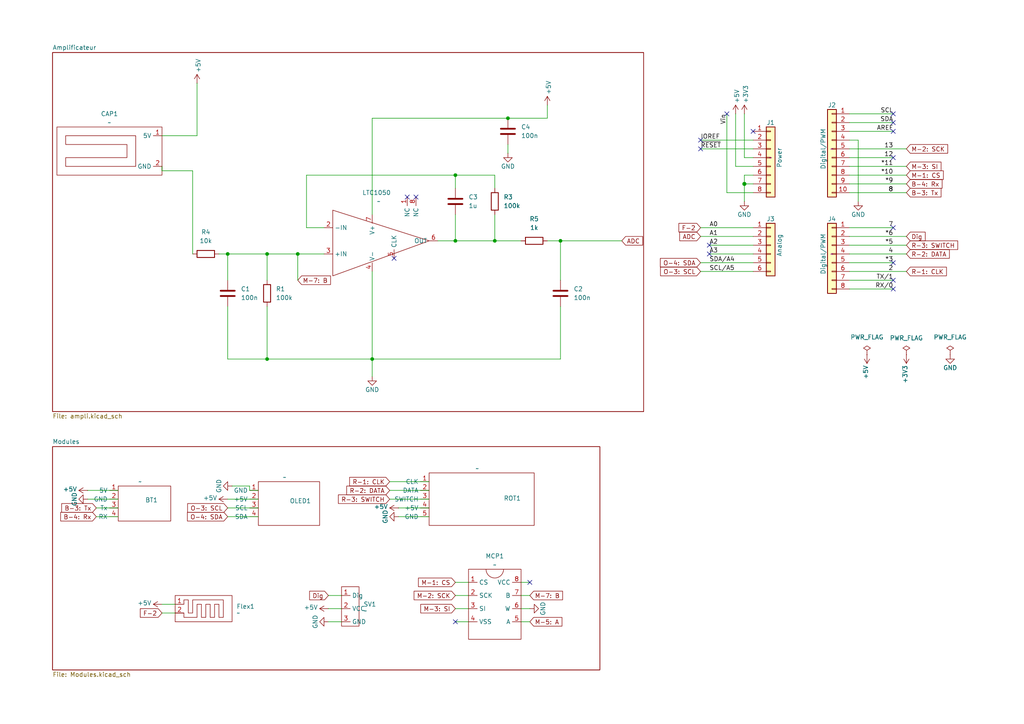
<source format=kicad_sch>
(kicad_sch (version 20231120) (generator "eeschema") (generator_version "8.0")
  (paper "A4")
  (title_block (title "Démo Shield Arduino") (date "mar. 31 mars 2015") (rev "1.0") (company "INSA DELCAMPO/VALENCIA") (comment 2 "${EMAIL}") (comment 3 "Ignacio DEL CAMPO") (comment 4 "Opérateur CAO:"))
  (lib_symbols
    (symbol "BT_HC-05_1"
      (property "Reference" "BT" (at 3.048 -7.366 0))
      (symbol "BT_HC-05_1_1_1"
        (rectangle (start -7.62 -2.54) (end 7.62 -12.7))
        (pin passive line (at -7.62 -3.81 180) (length 2.54) (name "5V") (number "1"))
        (pin passive line (at -7.62 -6.35 180) (length 2.54) (name "GND") (number "2"))
        (pin passive line (at -7.62 -8.89 180) (length 2.54) (name "Tx") (number "3"))
        (pin passive line (at -7.62 -11.43 180) (length 2.54) (name "RX") (number "4"))
      )
    )
    (symbol "Chulo:MCP41050"
      (property "Reference" "MCP" (at 0.254 -10.922 0))
      (symbol "MCP41050_0_1"
        (rectangle (start -7.62 7.62) (end 7.62 -12.7))
        (arc (start -2.54 7.62) (mid 0 5.08) (end 2.54 7.62))
      )
      (symbol "MCP41050_1_1"
        (pin passive line (at -7.62 3.81 0) (length 2.54) (name "CS") (number "1"))
        (pin passive line (at -7.62 0 0) (length 2.54) (name "SCK") (number "2"))
        (pin passive line (at -7.62 -3.81 0) (length 2.54) (name "SI") (number "3"))
        (pin passive line (at -7.62 -7.62 0) (length 2.54) (name "VSS") (number "4"))
        (pin passive line (at 7.62 -7.62 180) (length 2.54) (name "A") (number "5"))
        (pin passive line (at 7.62 -3.81 180) (length 2.54) (name "W") (number "6"))
        (pin passive line (at 7.62 0 180) (length 2.54) (name "B") (number "7"))
        (pin passive line (at 7.62 3.81 180) (length 2.54) (name "VCC") (number "8"))
      )
    )
    (symbol "Chulo:Servo"
      (property "Reference" "SV" (at 0 6.096 0))
      (symbol "Servo_0_1"
        (rectangle (start -2.54 5.08) (end 2.54 -6.35))
      )
      (symbol "Servo_1_1"
        (pin passive line (at -2.54 2.54 0) (length 2.54) (name "Dig") (number "1"))
        (pin passive line (at -2.54 -1.27 0) (length 2.54) (name "VCC") (number "2"))
        (pin passive line (at -2.54 -5.08 0) (length 2.54) (name "GND") (number "3"))
      )
    )
    (symbol "Connector_Generic:Conn_01x06" (pin_names (offset 1.016) hide)
      (property "Reference" "J" (at 0 7.62 0))
      (property "Value" "Conn_01x06" (at 0 -10.16 0))
      (symbol "Conn_01x06_1_1"
        (rectangle (start -1.27 -7.493) (end 0 -7.747) (stroke (width 0.1524)))
        (rectangle (start -1.27 -4.953) (end 0 -5.207) (stroke (width 0.1524)))
        (rectangle (start -1.27 -2.413) (end 0 -2.667) (stroke (width 0.1524)))
        (rectangle (start -1.27 0.127) (end 0 -0.127) (stroke (width 0.1524)))
        (rectangle (start -1.27 2.667) (end 0 2.413) (stroke (width 0.1524)))
        (rectangle (start -1.27 5.207) (end 0 4.953) (stroke (width 0.1524)))
        (rectangle (start -1.27 6.35) (end 1.27 -8.89) (stroke (width 0.254)) (fill (type background)))
        (pin passive line (at -5.08 5.08 0) (length 3.81) (name "Pin_1") (number "1"))
        (pin passive line (at -5.08 2.54 0) (length 3.81) (name "Pin_2") (number "2"))
        (pin passive line (at -5.08 0 0) (length 3.81) (name "Pin_3") (number "3"))
        (pin passive line (at -5.08 -2.54 0) (length 3.81) (name "Pin_4") (number "4"))
        (pin passive line (at -5.08 -5.08 0) (length 3.81) (name "Pin_5") (number "5"))
        (pin passive line (at -5.08 -7.62 0) (length 3.81) (name "Pin_6") (number "6"))
      )
    )
    (symbol "Connector_Generic:Conn_01x08" (pin_names (offset 1.016) hide)
      (property "Reference" "J" (at 0 10.16 0))
      (property "Value" "Conn_01x08" (at 0 -12.7 0))
      (symbol "Conn_01x08_1_1"
        (rectangle (start -1.27 -10.033) (end 0 -10.287) (stroke (width 0.1524)))
        (rectangle (start -1.27 -7.493) (end 0 -7.747) (stroke (width 0.1524)))
        (rectangle (start -1.27 -4.953) (end 0 -5.207) (stroke (width 0.1524)))
        (rectangle (start -1.27 -2.413) (end 0 -2.667) (stroke (width 0.1524)))
        (rectangle (start -1.27 0.127) (end 0 -0.127) (stroke (width 0.1524)))
        (rectangle (start -1.27 2.667) (end 0 2.413) (stroke (width 0.1524)))
        (rectangle (start -1.27 5.207) (end 0 4.953) (stroke (width 0.1524)))
        (rectangle (start -1.27 7.747) (end 0 7.493) (stroke (width 0.1524)))
        (rectangle (start -1.27 8.89) (end 1.27 -11.43) (stroke (width 0.254)) (fill (type background)))
        (pin passive line (at -5.08 7.62 0) (length 3.81) (name "Pin_1") (number "1"))
        (pin passive line (at -5.08 5.08 0) (length 3.81) (name "Pin_2") (number "2"))
        (pin passive line (at -5.08 2.54 0) (length 3.81) (name "Pin_3") (number "3"))
        (pin passive line (at -5.08 0 0) (length 3.81) (name "Pin_4") (number "4"))
        (pin passive line (at -5.08 -2.54 0) (length 3.81) (name "Pin_5") (number "5"))
        (pin passive line (at -5.08 -5.08 0) (length 3.81) (name "Pin_6") (number "6"))
        (pin passive line (at -5.08 -7.62 0) (length 3.81) (name "Pin_7") (number "7"))
        (pin passive line (at -5.08 -10.16 0) (length 3.81) (name "Pin_8") (number "8"))
      )
    )
    (symbol "Connector_Generic:Conn_01x10" (pin_names (offset 1.016) hide)
      (property "Reference" "J" (at 0 12.7 0))
      (property "Value" "Conn_01x10" (at 0 -15.24 0))
      (symbol "Conn_01x10_1_1"
        (rectangle (start -1.27 -12.573) (end 0 -12.827) (stroke (width 0.1524)))
        (rectangle (start -1.27 -10.033) (end 0 -10.287) (stroke (width 0.1524)))
        (rectangle (start -1.27 -7.493) (end 0 -7.747) (stroke (width 0.1524)))
        (rectangle (start -1.27 -4.953) (end 0 -5.207) (stroke (width 0.1524)))
        (rectangle (start -1.27 -2.413) (end 0 -2.667) (stroke (width 0.1524)))
        (rectangle (start -1.27 0.127) (end 0 -0.127) (stroke (width 0.1524)))
        (rectangle (start -1.27 2.667) (end 0 2.413) (stroke (width 0.1524)))
        (rectangle (start -1.27 5.207) (end 0 4.953) (stroke (width 0.1524)))
        (rectangle (start -1.27 7.747) (end 0 7.493) (stroke (width 0.1524)))
        (rectangle (start -1.27 10.287) (end 0 10.033) (stroke (width 0.1524)))
        (rectangle (start -1.27 11.43) (end 1.27 -13.97) (stroke (width 0.254)) (fill (type background)))
        (pin passive line (at -5.08 10.16 0) (length 3.81) (name "Pin_1") (number "1"))
        (pin passive line (at -5.08 -12.7 0) (length 3.81) (name "Pin_10") (number "10"))
        (pin passive line (at -5.08 7.62 0) (length 3.81) (name "Pin_2") (number "2"))
        (pin passive line (at -5.08 5.08 0) (length 3.81) (name "Pin_3") (number "3"))
        (pin passive line (at -5.08 2.54 0) (length 3.81) (name "Pin_4") (number "4"))
        (pin passive line (at -5.08 0 0) (length 3.81) (name "Pin_5") (number "5"))
        (pin passive line (at -5.08 -2.54 0) (length 3.81) (name "Pin_6") (number "6"))
        (pin passive line (at -5.08 -5.08 0) (length 3.81) (name "Pin_7") (number "7"))
        (pin passive line (at -5.08 -7.62 0) (length 3.81) (name "Pin_8") (number "8"))
        (pin passive line (at -5.08 -10.16 0) (length 3.81) (name "Pin_9") (number "9"))
      )
    )
    (symbol "Device:C" (pin_numbers hide) (pin_names (offset 0.254))
      (property "Reference" "C" (at 0.635 2.54 0))
      (property "Value" "C" (at 0.635 -2.54 0))
      (symbol "C_0_1"
        (polyline (pts (xy -2.032 -0.762) (xy 2.032 -0.762)) (stroke (width 0.508)))
        (polyline (pts (xy -2.032 0.762) (xy 2.032 0.762)) (stroke (width 0.508)))
      )
      (symbol "C_1_1"
        (pin passive line (at 0 3.81 270) (length 2.794) (name "~") (number "1"))
        (pin passive line (at 0 -3.81 90) (length 2.794) (name "~") (number "2"))
      )
    )
    (symbol "Device:R" (pin_numbers hide) (pin_names (offset 0))
      (property "Reference" "R" (at 2.032 0 90))
      (property "Value" "R" (at 0 0 90))
      (symbol "R_0_1"
        (rectangle (start -1.016 -2.54) (end 1.016 2.54) (stroke (width 0.254)))
      )
      (symbol "R_1_1"
        (pin passive line (at 0 3.81 270) (length 1.27) (name "~") (number "1"))
        (pin passive line (at 0 -3.81 90) (length 1.27) (name "~") (number "2"))
      )
    )
    (symbol "Ecran_OLED_1"
      (property "Reference" "OLED" (at 2.794 -9.144 0))
      (symbol "Ecran_OLED_1_0_1"
        (rectangle (start -8.89 -2.54) (end 8.89 -15.24))
      )
      (symbol "Ecran_OLED_1_1_1"
        (pin passive line (at -8.89 -5.08 180) (length 2.54) (name "GND") (number "1"))
        (pin passive line (at -8.89 -7.62 180) (length 2.54) (name "+5V") (number "2"))
        (pin passive line (at -8.89 -10.16 180) (length 2.54) (name "SCL") (number "3"))
        (pin passive line (at -8.89 -12.7 180) (length 2.54) (name "SDA") (number "4"))
      )
    )
    (symbol "LibCapteur:Capteur"
      (property "Reference" "CAP" (at 0 0 0))
      (symbol "Capteur_0_1"
        (rectangle (start -15.24 -3.81) (end 15.24 -17.78))
        (polyline (pts (xy -12.7 -6.35) (xy 7.62 -6.35) (xy 7.62 -15.24) (xy -12.7 -15.24) (xy -12.7 -12.7) (xy 5.08 -12.7) (xy 5.08 -8.89) (xy -12.7 -8.89) (xy -12.7 -6.35)))
      )
      (symbol "Capteur_1_1"
        (pin passive line (at 15.24 -6.35 180) (length 2.54) (name "5V") (number "1"))
        (pin passive line (at 15.24 -15.24 180) (length 2.54) (name "GND") (number "2"))
      )
    )
    (symbol "LibCapteur:EncodRot"
      (property "Reference" "ROT" (at 0 0 0))
      (symbol "EncodRot_0_1"
        (rectangle (start -15.24 -2.54) (end 15.24 -17.78))
      )
      (symbol "EncodRot_1_1"
        (pin passive line (at -15.24 -5.08 180) (length 2.54) (name "CLK") (number "1"))
        (pin passive line (at -15.24 -7.62 180) (length 2.54) (name "DATA") (number "2"))
        (pin passive line (at -15.24 -10.16 180) (length 2.54) (name "SWITCH") (number "3"))
        (pin passive line (at -15.24 -12.7 180) (length 2.54) (name "+5V") (number "4"))
        (pin passive line (at -15.24 -15.24 180) (length 2.54) (name "GND") (number "5"))
      )
    )
    (symbol "LibCapteur:FlexSensor"
      (property "Reference" "Flex" (at 0 5.08 0))
      (symbol "FlexSensor_0_1"
        (rectangle (start -7.62 3.81) (end 8.89 -3.81))
        (polyline (pts (xy -7.62 1.27) (xy -5.08 1.27) (xy -5.08 2.54) (xy -3.81 2.54) (xy -3.81 -1.27) (xy -2.54 -1.27) (xy -2.54 2.54) (xy -1.27 2.54) (xy 6.35 2.54) (xy 6.35 -2.54) (xy 5.08 -2.54) (xy 5.08 1.27) (xy 3.81 1.27) (xy 3.81 -2.54) (xy 2.54 -2.54) (xy 2.54 1.27) (xy 1.27 1.27) (xy 1.27 -2.54) (xy 0 -2.54) (xy 0 1.27) (xy -1.27 1.27) (xy -1.27 -2.54) (xy -5.08 -2.54) (xy -5.08 -1.27) (xy -7.62 -1.27)))
      )
      (symbol "FlexSensor_1_1"
        (pin passive line (at -7.62 1.27 0) (length 2.54) (name "") (number "1"))
        (pin passive line (at -7.62 -1.27 0) (length 2.54) (name "") (number "2"))
      )
    )
    (symbol "LibCapteur:LTC1050"
      (property "Reference" "LTC1050" (at 0 0 0))
      (property "Value" "~" (at 0.635 -2.54 0))
      (symbol "LTC1050_0_1"
        (polyline (pts (xy -12.7 -5.08) (xy 15.24 -13.97) (xy -12.7 -24.13) (xy -12.7 -5.08)))
      )
      (symbol "LTC1050_1_1"
        (pin passive line (at 8.89 -1.27 270) (length 2.54) (name "NC") (number "1"))
        (pin passive line (at -15.24 -10.16 0) (length 2.54) (name "-IN") (number "2"))
        (pin passive line (at -15.24 -17.78 0) (length 2.54) (name "+IN") (number "3"))
        (pin passive line (at -1.27 -22.86 90) (length 2.54) (name "V-") (number "4"))
        (pin passive line (at 5.08 -19.05 90) (length 2.54) (name "CLK") (number "5"))
        (pin passive line (at 17.78 -13.97 180) (length 2.54) (name "OUT") (number "6"))
        (pin passive line (at -1.27 -6.35 270) (length 2.54) (name "V+") (number "7"))
        (pin passive line (at 11.43 -1.27 270) (length 2.54) (name "NC") (number "8"))
      )
    )
    (symbol "power:+3V3" (power) (pin_numbers hide) (pin_names (offset 0) hide)
      (property "Value" "+3V3" (at 0 3.556 0))
      (symbol "+3V3_0_1"
        (polyline (pts (xy -0.762 1.27) (xy 0 2.54)))
        (polyline (pts (xy 0 0) (xy 0 2.54)))
        (polyline (pts (xy 0 2.54) (xy 0.762 1.27)))
      )
      (symbol "+3V3_1_1"
        (pin power_in line (at 0 0 90) (length 0) (name "~") (number "1"))
      )
    )
    (symbol "power:+5V" (power) (pin_numbers hide) (pin_names (offset 0) hide)
      (property "Value" "+5V" (at 0 3.556 0))
      (symbol "+5V_0_1"
        (polyline (pts (xy -0.762 1.27) (xy 0 2.54)))
        (polyline (pts (xy 0 0) (xy 0 2.54)))
        (polyline (pts (xy 0 2.54) (xy 0.762 1.27)))
      )
      (symbol "+5V_1_1"
        (pin power_in line (at 0 0 90) (length 0) (name "~") (number "1"))
      )
    )
    (symbol "power:GND" (power) (pin_numbers hide) (pin_names (offset 0) hide)
      (property "Value" "GND" (at 0 -3.81 0))
      (symbol "GND_0_1"
        (polyline (pts (xy 0 0) (xy 0 -1.27) (xy 1.27 -1.27) (xy 0 -2.54) (xy -1.27 -1.27) (xy 0 -1.27)))
      )
      (symbol "GND_1_1"
        (pin power_in line (at 0 0 270) (length 0) (name "~") (number "1"))
      )
    )
    (symbol "power:PWR_FLAG" (power) (pin_numbers hide) (pin_names (offset 0) hide)
      (property "Value" "PWR_FLAG" (at 0 3.81 0))
      (symbol "PWR_FLAG_0_0"
        (pin power_out line (at 0 0 90) (length 0) (name "~") (number "1"))
      )
      (symbol "PWR_FLAG_0_1"
        (polyline (pts (xy 0 0) (xy 0 1.27) (xy -1.016 1.905) (xy 0 2.54) (xy 1.016 1.905) (xy 0 1.27)))
      )
    )
  )
  (junction (at 147.32 34.29))
  (junction (at 132.08 69.85))
  (junction (at 132.08 50.8))
  (junction (at 107.95 104.14))
  (junction (at 162.56 69.85))
  (junction (at 143.51 69.85))
  (junction (at 215.9 53.34) (diameter 1.016))
  (junction (at 66.04 73.66))
  (junction (at 77.47 104.14))
  (junction (at 77.47 73.66))
  (junction (at 86.36 73.66))
  (no_connect (at 118.11 57.15))
  (no_connect (at 259.08 83.82))
  (no_connect (at 114.3 74.93))
  (no_connect (at 205.74 71.12))
  (no_connect (at 259.08 35.56))
  (no_connect (at 259.08 38.1))
  (no_connect (at 153.67 168.91))
  (no_connect (at 203.2 43.18))
  (no_connect (at 259.08 76.2))
  (no_connect (at 259.08 81.28))
  (no_connect (at 259.08 33.02))
  (no_connect (at 132.08 180.34))
  (no_connect (at 205.74 73.66))
  (no_connect (at 120.65 57.15))
  (no_connect (at 259.08 45.72))
  (no_connect (at 210.82 33.02))
  (no_connect (at 218.44 38.1))
  (no_connect (at 259.08 66.04))
  (no_connect (at 203.2 40.64))
  (wire (pts (xy 246.38 83.82) (xy 259.08 83.82)))
  (wire (pts (xy 46.99 175.26) (xy 50.8 175.26)))
  (wire (pts (xy 113.03 142.24) (xy 124.46 142.24)))
  (wire (pts (xy 127 69.85) (xy 132.08 69.85)))
  (wire (pts (xy 143.51 54.61) (xy 143.51 50.8)))
  (wire (pts (xy 46.99 48.26) (xy 46.99 49.53)))
  (wire (pts (xy 246.38 33.02) (xy 259.08 33.02)))
  (wire (pts (xy 46.99 39.37) (xy 57.15 39.37)))
  (wire (pts (xy 215.9 50.8) (xy 215.9 53.34)))
  (wire (pts (xy 203.2 66.04) (xy 218.44 66.04)))
  (wire (pts (xy 95.25 176.53) (xy 99.06 176.53)))
  (wire (pts (xy 132.08 172.72) (xy 135.89 172.72)))
  (wire (pts (xy 72.39 140.97) (xy 72.39 142.24)))
  (wire (pts (xy 215.9 53.34) (xy 215.9 58.42)))
  (wire (pts (xy 77.47 73.66) (xy 86.36 73.66)))
  (wire (pts (xy 215.9 45.72) (xy 218.44 45.72)))
  (wire (pts (xy 107.95 78.74) (xy 107.95 104.14)))
  (wire (pts (xy 213.36 48.26) (xy 218.44 48.26)))
  (wire (pts (xy 88.9 50.8) (xy 88.9 66.04)))
  (wire (pts (xy 213.36 33.02) (xy 213.36 48.26)))
  (wire (pts (xy 246.38 35.56) (xy 259.08 35.56)))
  (wire (pts (xy 246.38 55.88) (xy 262.89 55.88)))
  (wire (pts (xy 151.13 168.91) (xy 153.67 168.91)))
  (wire (pts (xy 132.08 69.85) (xy 143.51 69.85)))
  (wire (pts (xy 215.9 33.02) (xy 215.9 45.72)))
  (wire (pts (xy 246.38 66.04) (xy 259.08 66.04)))
  (wire (pts (xy 115.57 147.32) (xy 124.46 147.32)))
  (wire (pts (xy 246.38 68.58) (xy 262.89 68.58)))
  (wire (pts (xy 132.08 54.61) (xy 132.08 50.8)))
  (wire (pts (xy 63.5 73.66) (xy 66.04 73.66)))
  (wire (pts (xy 77.47 73.66) (xy 77.47 81.28)))
  (wire (pts (xy 246.38 45.72) (xy 259.08 45.72)))
  (wire (pts (xy 132.08 50.8) (xy 143.51 50.8)))
  (wire (pts (xy 27.94 149.86) (xy 34.29 149.86)))
  (wire (pts (xy 107.95 34.29) (xy 147.32 34.29)))
  (wire (pts (xy 246.38 53.34) (xy 262.89 53.34)))
  (wire (pts (xy 246.38 73.66) (xy 262.89 73.66)))
  (wire (pts (xy 46.99 49.53) (xy 55.88 49.53)))
  (wire (pts (xy 151.13 180.34) (xy 153.67 180.34)))
  (wire (pts (xy 162.56 69.85) (xy 180.34 69.85)))
  (wire (pts (xy 203.2 40.64) (xy 218.44 40.64)))
  (wire (pts (xy 158.75 30.48) (xy 158.75 34.29)))
  (wire (pts (xy 95.25 172.72) (xy 99.06 172.72)))
  (wire (pts (xy 66.04 104.14) (xy 66.04 88.9)))
  (wire (pts (xy 66.04 73.66) (xy 77.47 73.66)))
  (wire (pts (xy 57.15 24.13) (xy 57.15 39.37)))
  (wire (pts (xy 203.2 78.74) (xy 218.44 78.74)))
  (wire (pts (xy 248.92 40.64) (xy 248.92 58.42)))
  (wire (pts (xy 115.57 149.86) (xy 124.46 149.86)))
  (wire (pts (xy 246.38 38.1) (xy 259.08 38.1)))
  (wire (pts (xy 66.04 147.32) (xy 74.93 147.32)))
  (wire (pts (xy 107.95 104.14) (xy 162.56 104.14)))
  (wire (pts (xy 218.44 71.12) (xy 205.74 71.12)))
  (wire (pts (xy 203.2 43.18) (xy 218.44 43.18)))
  (wire (pts (xy 67.31 140.97) (xy 72.39 140.97)))
  (wire (pts (xy 218.44 53.34) (xy 215.9 53.34)))
  (wire (pts (xy 132.08 176.53) (xy 135.89 176.53)))
  (wire (pts (xy 107.95 104.14) (xy 107.95 109.22)))
  (wire (pts (xy 95.25 180.34) (xy 99.06 180.34)))
  (wire (pts (xy 55.88 49.53) (xy 55.88 73.66)))
  (wire (pts (xy 27.94 147.32) (xy 34.29 147.32)))
  (wire (pts (xy 218.44 55.88) (xy 210.82 55.88)))
  (wire (pts (xy 203.2 68.58) (xy 218.44 68.58)))
  (wire (pts (xy 86.36 73.66) (xy 93.98 73.66)))
  (wire (pts (xy 77.47 104.14) (xy 66.04 104.14)))
  (wire (pts (xy 66.04 149.86) (xy 74.93 149.86)))
  (wire (pts (xy 113.03 139.7) (xy 124.46 139.7)))
  (wire (pts (xy 66.04 73.66) (xy 66.04 81.28)))
  (wire (pts (xy 246.38 40.64) (xy 248.92 40.64)))
  (wire (pts (xy 162.56 69.85) (xy 162.56 81.28)))
  (wire (pts (xy 25.4 144.78) (xy 34.29 144.78)))
  (wire (pts (xy 88.9 66.04) (xy 93.98 66.04)))
  (wire (pts (xy 218.44 50.8) (xy 215.9 50.8)))
  (wire (pts (xy 162.56 88.9) (xy 162.56 104.14)))
  (wire (pts (xy 72.39 142.24) (xy 74.93 142.24)))
  (wire (pts (xy 86.36 73.66) (xy 86.36 81.28)))
  (wire (pts (xy 147.32 41.91) (xy 147.32 44.45)))
  (wire (pts (xy 246.38 48.26) (xy 262.89 48.26)))
  (wire (pts (xy 77.47 88.9) (xy 77.47 104.14)))
  (wire (pts (xy 132.08 62.23) (xy 132.08 69.85)))
  (wire (pts (xy 132.08 50.8) (xy 88.9 50.8)))
  (wire (pts (xy 132.08 180.34) (xy 135.89 180.34)))
  (wire (pts (xy 246.38 71.12) (xy 262.89 71.12)))
  (wire (pts (xy 205.74 73.66) (xy 218.44 73.66)))
  (wire (pts (xy 107.95 62.23) (xy 107.95 34.29)))
  (wire (pts (xy 132.08 168.91) (xy 135.89 168.91)))
  (wire (pts (xy 66.04 144.78) (xy 74.93 144.78)))
  (wire (pts (xy 151.13 172.72) (xy 153.67 172.72)))
  (wire (pts (xy 143.51 62.23) (xy 143.51 69.85)))
  (wire (pts (xy 147.32 34.29) (xy 158.75 34.29)))
  (wire (pts (xy 246.38 78.74) (xy 262.89 78.74)))
  (wire (pts (xy 46.99 177.8) (xy 50.8 177.8)))
  (wire (pts (xy 246.38 50.8) (xy 262.89 50.8)))
  (wire (pts (xy 246.38 76.2) (xy 259.08 76.2)))
  (wire (pts (xy 77.47 104.14) (xy 107.95 104.14)))
  (wire (pts (xy 25.4 142.24) (xy 34.29 142.24)))
  (wire (pts (xy 143.51 69.85) (xy 151.13 69.85)))
  (wire (pts (xy 246.38 43.18) (xy 262.89 43.18)))
  (wire (pts (xy 151.13 176.53) (xy 153.67 176.53)))
  (wire (pts (xy 246.38 81.28) (xy 259.08 81.28)))
  (wire (pts (xy 210.82 55.88) (xy 210.82 33.02)))
  (wire (pts (xy 158.75 69.85) (xy 162.56 69.85)))
  (wire (pts (xy 113.03 144.78) (xy 124.46 144.78)))
  (wire (pts (xy 203.2 76.2) (xy 218.44 76.2)))
  (text "* Indicates a PWM-capable pin" (at 182.88 289.56 0) (effects (font (size 1.27 1.27)) (justify left bottom)))
  (label "RX{slash}0" (at 259.08 83.82 180))
  (label "A2" (at 205.74 71.12 0))
  (label "*11" (at 259.08 48.26 180))
  (label "4" (at 259.08 73.66 180))
  (label "2" (at 259.08 78.74 180))
  (label "13" (at 259.08 43.18 180))
  (label "A3" (at 205.74 73.66 0))
  (label "*9" (at 259.08 53.34 180))
  (label "~{RESET}" (at 203.2 43.18 0))
  (label "*10" (at 259.08 50.8 180))
  (label "7" (at 259.08 66.04 180))
  (label "SDA" (at 259.08 35.56 180))
  (label "8" (at 259.08 55.88 180))
  (label "*3" (at 259.08 76.2 180))
  (label "12" (at 259.08 45.72 180))
  (label "A1" (at 205.74 68.58 0))
  (label "TX{slash}1" (at 259.08 81.28 180))
  (label "A0" (at 205.74 66.04 0))
  (label "AREF" (at 259.08 38.1 180))
  (label "Vin" (at 210.82 33.02 270))
  (label "*6" (at 259.08 68.58 180))
  (label "SCL" (at 259.08 33.02 180))
  (label "*5" (at 259.08 71.12 180))
  (label "IOREF" (at 203.2 40.64 0))
  (label "SDA{slash}A4" (at 205.74 76.2 0))
  (label "SCL{slash}A5" (at 205.74 78.74 0))
  (label "8" (at 259.08 55.88 180))
  (global_label "M-3: SI" (shape input) (at 132.08 176.53 180) (property "Intersheetrefs" "${INTERSHEET_REFS}" (effects (hide yes))))
  (global_label "M-1: CS" (shape input) (at 262.89 50.8 0) (property "Intersheetrefs" "${INTERSHEET_REFS}" (effects (hide yes))))
  (global_label "B-4: Rx" (shape input) (at 27.94 149.86 180) (property "Intersheetrefs" "${INTERSHEET_REFS}" (effects (hide yes))))
  (global_label "F-2" (shape input) (at 203.2 66.04 180) (property "Intersheetrefs" "${INTERSHEET_REFS}" (effects (hide yes))))
  (global_label "M-5: A" (shape input) (at 153.67 180.34 0) (property "Intersheetrefs" "${INTERSHEET_REFS}" (effects (hide yes))))
  (global_label "M-1: CS" (shape input) (at 132.08 168.91 180) (property "Intersheetrefs" "${INTERSHEET_REFS}" (effects (hide yes))))
  (global_label "O-4: SDA" (shape input) (at 66.04 149.86 180) (property "Intersheetrefs" "${INTERSHEET_REFS}" (effects (hide yes))))
  (global_label "R-3: SWITCH" (shape input) (at 262.89 71.12 0) (property "Intersheetrefs" "${INTERSHEET_REFS}" (effects (hide yes))))
  (global_label "M-3: SI" (shape input) (at 262.89 48.26 0) (property "Intersheetrefs" "${INTERSHEET_REFS}" (effects (hide yes))))
  (global_label "B-4: Rx" (shape input) (at 262.89 53.34 0) (property "Intersheetrefs" "${INTERSHEET_REFS}" (effects (hide yes))))
  (global_label "O-3: SCL" (shape input) (at 66.04 147.32 180) (property "Intersheetrefs" "${INTERSHEET_REFS}" (effects (hide yes))))
  (global_label "Dig" (shape input) (at 95.25 172.72 180) (property "Intersheetrefs" "${INTERSHEET_REFS}" (effects (hide yes))))
  (global_label "O-4: SDA" (shape input) (at 203.2 76.2 180) (property "Intersheetrefs" "${INTERSHEET_REFS}" (effects (hide yes))))
  (global_label "R-1: CLK" (shape input) (at 262.89 78.74 0) (property "Intersheetrefs" "${INTERSHEET_REFS}" (effects (hide yes))))
  (global_label "O-3: SCL" (shape input) (at 203.2 78.74 180) (property "Intersheetrefs" "${INTERSHEET_REFS}" (effects (hide yes))))
  (global_label "ADC" (shape input) (at 180.34 69.85 0) (property "Intersheetrefs" "${INTERSHEET_REFS}" (effects (hide yes))))
  (global_label "ADC" (shape input) (at 203.2 68.58 180) (property "Intersheetrefs" "${INTERSHEET_REFS}" (effects (hide yes))))
  (global_label "B-3: Tx" (shape input) (at 262.89 55.88 0) (property "Intersheetrefs" "${INTERSHEET_REFS}" (effects (hide yes))))
  (global_label "R-3: SWITCH" (shape input) (at 113.03 144.78 180) (property "Intersheetrefs" "${INTERSHEET_REFS}" (effects (hide yes))))
  (global_label "M-7: B" (shape input) (at 153.67 172.72 0) (property "Intersheetrefs" "${INTERSHEET_REFS}" (effects (hide yes))))
  (global_label "B-3: Tx" (shape input) (at 27.94 147.32 180) (property "Intersheetrefs" "${INTERSHEET_REFS}" (effects (hide yes))))
  (global_label "R-2: DATA" (shape input) (at 262.89 73.66 0) (property "Intersheetrefs" "${INTERSHEET_REFS}" (effects (hide yes))))
  (global_label "R-1: CLK" (shape input) (at 113.03 139.7 180) (property "Intersheetrefs" "${INTERSHEET_REFS}" (effects (hide yes))))
  (global_label "R-2: DATA" (shape input) (at 113.03 142.24 180) (property "Intersheetrefs" "${INTERSHEET_REFS}" (effects (hide yes))))
  (global_label "M-7: B" (shape input) (at 86.36 81.28 0) (property "Intersheetrefs" "${INTERSHEET_REFS}" (effects (hide yes))))
  (global_label "M-2: SCK" (shape input) (at 262.89 43.18 0) (property "Intersheetrefs" "${INTERSHEET_REFS}" (effects (hide yes))))
  (global_label "Dig" (shape input) (at 262.89 68.58 0) (property "Intersheetrefs" "${INTERSHEET_REFS}" (effects (hide yes))))
  (global_label "M-2: SCK" (shape input) (at 132.08 172.72 180) (property "Intersheetrefs" "${INTERSHEET_REFS}" (effects (hide yes))))
  (global_label "F-2" (shape input) (at 46.99 177.8 180) (property "Intersheetrefs" "${INTERSHEET_REFS}" (effects (hide yes))))
  (symbol (lib_id "Connector_Generic:Conn_01x08") (at 223.52 45.72 0) (unit 1)
    (property "Reference" "J1" (at 223.52 35.56 0))
    (property "Value" "Power" (at 226.06 45.72 90))
    (property "Footprint" "Connector_PinSocket_2.54mm:PinSocket_1x08_P2.54mm_Vertical" (effects (hide yes)))
    (property "Datasheet" "~" (at 223.52 45.72 0))
    (property "Description" "Generic connector, single row, 01x08, script generated (kicad-library-utils/schlib/autogen/connector/)" (effects (hide yes)))
  )
  (symbol (lib_id "power:+3V3") (at 215.9 33.02 0) (unit 1)
    (property "Reference" "#PWR03" (effects (hide yes)))
    (property "Value" "+3V3" (at 216.281 29.972 90) (effects (justify left)))
    (property "Description" "Power symbol creates a global label with name \"+3V3\"" (effects (hide yes)))
  )
  (symbol (lib_id "power:+5V") (at 213.36 33.02 0) (unit 1)
    (property "Reference" "#PWR02" (effects (hide yes)))
    (property "Value" "+5V" (at 213.7156 29.972 90) (effects (justify left)))
    (property "Description" "Power symbol creates a global label with name \"+5V\"" (effects (hide yes)))
  )
  (symbol (lib_id "power:GND") (at 275.59 102.87 0) (unit 1)
    (property "Reference" "#PWR04" (effects (hide yes)))
    (property "Value" "GND" (at 275.59 106.68 0))
    (property "Description" "Power symbol creates a global label with name \"GND\" , ground" (effects (hide yes)))
  )
  (symbol (lib_id "Connector_Generic:Conn_01x10") (at 241.3 43.18 0) (mirror y) (unit 1)
    (property "Reference" "J2" (at 241.3 30.48 0))
    (property "Value" "Digital/PWM" (at 238.76 43.18 90))
    (property "Footprint" "Connector_PinSocket_2.54mm:PinSocket_1x10_P2.54mm_Vertical" (effects (hide yes)))
    (property "Datasheet" "~" (at 241.3 43.18 0))
    (property "Description" "Generic connector, single row, 01x10, script generated (kicad-library-utils/schlib/autogen/connector/)" (effects (hide yes)))
  )
  (symbol (lib_id "power:GND") (at 248.92 58.42 0) (unit 1)
    (property "Reference" "#PWR05" (effects (hide yes)))
    (property "Value" "GND" (at 248.92 62.23 0))
    (property "Description" "Power symbol creates a global label with name \"GND\" , ground" (effects (hide yes)))
  )
  (symbol (lib_id "Connector_Generic:Conn_01x06") (at 223.52 71.12 0) (unit 1)
    (property "Reference" "J3" (at 223.52 63.5 0))
    (property "Value" "Analog" (at 226.06 71.12 90))
    (property "Footprint" "Connector_PinSocket_2.54mm:PinSocket_1x06_P2.54mm_Vertical" (effects (hide yes)))
    (property "Description" "Generic connector, single row, 01x06, script generated (kicad-library-utils/schlib/autogen/connector/)" (effects (hide yes)))
  )
  (symbol (lib_id "Connector_Generic:Conn_01x08") (at 241.3 73.66 0) (mirror y) (unit 1)
    (property "Reference" "J4" (at 241.3 63.5 0))
    (property "Value" "Digital/PWM" (at 238.76 73.66 90))
    (property "Footprint" "Connector_PinSocket_2.54mm:PinSocket_1x08_P2.54mm_Vertical" (effects (hide yes)))
    (property "Datasheet" "~" (at 241.3 73.66 0))
    (property "Description" "Generic connector, single row, 01x08, script generated (kicad-library-utils/schlib/autogen/connector/)" (effects (hide yes)))
  )
  (symbol (lib_id "power:+5V") (at 115.57 147.32 90) (unit 1)
    (property "Reference" "#PWR016" (effects (hide yes)))
    (property "Value" "+5V" (at 112.522 146.9644 90) (effects (justify left)))
    (property "Description" "Power symbol creates a global label with name \"+5V\"" (effects (hide yes)))
  )
  (symbol (lib_id "Device:C") (at 66.04 85.09 0) (unit 1)
    (property "Reference" "C1" (at 69.85 83.8199 0) (effects (justify left)))
    (property "Value" "100n" (at 69.85 86.3599 0) (effects (justify left)))
    (property "Footprint" "Capacitor_THT:C_Axial_L3.8mm_D2.6mm_P7.50mm_Horizontal" (effects (hide yes)))
    (property "Description" "Unpolarized capacitor" (effects (hide yes)))
  )
  (symbol (lib_id "Device:C") (at 162.56 85.09 0) (unit 1)
    (property "Reference" "C2" (at 166.37 83.8199 0) (effects (justify left)))
    (property "Value" "100n " (at 166.37 86.3599 0) (effects (justify left)))
    (property "Footprint" "Capacitor_THT:C_Axial_L3.8mm_D2.6mm_P7.50mm_Horizontal" (effects (hide yes)))
    (property "Description" "Unpolarized capacitor" (effects (hide yes)))
  )
  (symbol (lib_id "Chulo:MCP41050") (at 143.51 172.72 0) (unit 1)
    (property "Reference" "MCP1" (at 143.51 161.29 0))
    (property "Value" "~" (at 143.51 163.83 0))
    (property "Footprint" "LIbCapteurPCB:DigiPot" (effects (hide yes)))
  )
  (symbol (lib_id "power:PWR_FLAG") (at 275.59 102.87 0) (unit 1)
    (property "Reference" "#FLG01" (effects (hide yes)))
    (property "Value" "PWR_FLAG" (at 275.59 97.79 0))
    (property "Description" "Special symbol for telling ERC where power comes from" (effects (hide yes)))
  )
  (symbol (lib_id "power:+5V") (at 251.46 102.87 180) (unit 1)
    (property "Reference" "#PWR08" (effects (hide yes)))
    (property "Value" "+5V" (at 251.1044 105.918 90) (effects (justify left)))
    (property "Description" "Power symbol creates a global label with name \"+5V\"" (effects (hide yes)))
  )
  (symbol (lib_id "power:GND") (at 115.57 149.86 270) (unit 1)
    (property "Reference" "#PWR017" (effects (hide yes)))
    (property "Value" "GND" (at 111.76 149.86 0))
    (property "Description" "Power symbol creates a global label with name \"GND\" , ground" (effects (hide yes)))
  )
  (symbol (lib_id "power:+5V") (at 95.25 176.53 90) (unit 1)
    (property "Reference" "#PWR021" (effects (hide yes)))
    (property "Value" "+5V" (at 92.202 176.1744 90) (effects (justify left)))
    (property "Description" "Power symbol creates a global label with name \"+5V\"" (effects (hide yes)))
  )
  (symbol (lib_id "power:+5V") (at 66.04 144.78 90) (unit 1)
    (property "Reference" "#PWR014" (effects (hide yes)))
    (property "Value" "+5V" (at 62.992 144.4244 90) (effects (justify left)))
    (property "Description" "Power symbol creates a global label with name \"+5V\"" (effects (hide yes)))
  )
  (symbol (lib_id "Device:R") (at 143.51 58.42 0) (unit 1)
    (property "Reference" "R3" (at 146.05 57.1499 0) (effects (justify left)))
    (property "Value" "100k" (at 146.05 59.6899 0) (effects (justify left)))
    (property "Footprint" "Resistor_THT:R_Axial_DIN0204_L3.6mm_D1.6mm_P1.90mm_Vertical" (effects (hide yes)))
    (property "Description" "Resistor" (effects (hide yes)))
  )
  (symbol (lib_id "power:+5V") (at 46.99 175.26 90) (unit 1)
    (property "Reference" "#PWR018" (effects (hide yes)))
    (property "Value" "+5V" (at 43.942 174.9044 90) (effects (justify left)))
    (property "Description" "Power symbol creates a global label with name \"+5V\"" (effects (hide yes)))
  )
  (symbol (lib_id "Device:R") (at 77.47 85.09 0) (unit 1)
    (property "Reference" "R1" (at 80.01 83.8199 0) (effects (justify left)))
    (property "Value" "100k" (at 80.01 86.3599 0) (effects (justify left)))
    (property "Footprint" "Resistor_THT:R_Axial_DIN0204_L3.6mm_D1.6mm_P1.90mm_Vertical" (effects (hide yes)))
    (property "Description" "Resistor" (effects (hide yes)))
  )
  (symbol (lib_name "BT_HC-05_1") (lib_id "LibCapteur:BT_HC-05") (at 41.91 138.43 0) (unit 1)
    (property "Reference" "BT1" (at 43.942 145.034 0))
    (property "Value" "~" (at 40.64 139.7 0))
    (property "Footprint" "LIbCapteurPCB:BT-HC05" (effects (hide yes)))
  )
  (symbol (lib_id "Device:R") (at 154.94 69.85 90) (unit 1)
    (property "Reference" "R5" (at 154.94 63.5 90))
    (property "Value" "1k" (at 154.94 66.04 90))
    (property "Footprint" "Resistor_THT:R_Axial_DIN0204_L3.6mm_D1.6mm_P1.90mm_Vertical" (effects (hide yes)))
    (property "Description" "Resistor" (effects (hide yes)))
  )
  (symbol (lib_id "power:GND") (at 95.25 180.34 270) (unit 1)
    (property "Reference" "#PWR020" (effects (hide yes)))
    (property "Value" "GND" (at 91.44 180.34 0))
    (property "Description" "Power symbol creates a global label with name \"GND\" , ground" (effects (hide yes)))
  )
  (symbol (lib_id "power:GND") (at 67.31 140.97 270) (unit 1)
    (property "Reference" "#PWR015" (effects (hide yes)))
    (property "Value" "GND" (at 63.5 140.97 0))
    (property "Description" "Power symbol creates a global label with name \"GND\" , ground" (effects (hide yes)))
  )
  (symbol (lib_id "power:PWR_FLAG") (at 251.46 102.87 0) (unit 1)
    (property "Reference" "#FLG03" (effects (hide yes)))
    (property "Value" "PWR_FLAG" (at 251.46 97.79 0))
    (property "Description" "Special symbol for telling ERC where power comes from" (effects (hide yes)))
  )
  (symbol (lib_id "LibCapteur:LTC1050") (at 109.22 55.88 0) (unit 1)
    (property "Reference" "LTC1050" (at 109.22 55.88 0))
    (property "Value" "~" (at 109.855 58.42 0))
    (property "Footprint" "LIbCapteurPCB:LTC1050" (effects (hide yes)))
  )
  (symbol (lib_id "power:GND") (at 215.9 58.42 0) (unit 1)
    (property "Reference" "#PWR06" (effects (hide yes)))
    (property "Value" "GND" (at 215.9 62.23 0))
    (property "Description" "Power symbol creates a global label with name \"GND\" , ground" (effects (hide yes)))
  )
  (symbol (lib_id "power:GND") (at 153.67 176.53 90) (unit 1)
    (property "Reference" "#PWR019" (effects (hide yes)))
    (property "Value" "GND" (at 157.48 176.53 0))
    (property "Description" "Power symbol creates a global label with name \"GND\" , ground" (effects (hide yes)))
  )
  (symbol (lib_id "power:+3V3") (at 262.89 102.87 180) (unit 1)
    (property "Reference" "#PWR07" (effects (hide yes)))
    (property "Value" "+3V3" (at 262.509 105.918 90) (effects (justify left)))
    (property "Description" "Power symbol creates a global label with name \"+3V3\"" (effects (hide yes)))
  )
  (symbol (lib_id "power:PWR_FLAG") (at 262.89 102.87 0) (unit 1)
    (property "Reference" "#FLG04" (effects (hide yes)))
    (property "Value" "PWR_FLAG" (at 262.89 98.044 0))
    (property "Description" "Special symbol for telling ERC where power comes from" (effects (hide yes)))
  )
  (symbol (lib_id "LibCapteur:Capteur") (at 31.75 33.02 0) (unit 1)
    (property "Reference" "CAP1" (at 31.75 33.02 0))
    (property "Value" "~" (at 31.75 35.56 0))
    (property "Footprint" "LIbCapteurPCB:Capteur Gaz" (effects (hide yes)))
  )
  (symbol (lib_id "power:+5V") (at 25.4 142.24 90) (unit 1)
    (property "Reference" "#PWR01" (effects (hide yes)))
    (property "Value" "+5V" (at 22.352 141.8844 90) (effects (justify left)))
    (property "Description" "Power symbol creates a global label with name \"+5V\"" (effects (hide yes)))
  )
  (symbol (lib_id "power:GND") (at 147.32 44.45 0) (unit 1)
    (property "Reference" "#PWR013" (effects (hide yes)))
    (property "Value" "GND" (at 147.32 48.26 0))
    (property "Description" "Power symbol creates a global label with name \"GND\" , ground" (effects (hide yes)))
  )
  (symbol (lib_id "Device:C") (at 147.32 38.1 0) (unit 1)
    (property "Reference" "C4" (at 151.13 36.8299 0) (effects (justify left)))
    (property "Value" "100n" (at 151.13 39.3699 0) (effects (justify left)))
    (property "Footprint" "Capacitor_THT:C_Rect_L4.6mm_W5.5mm_P2.50mm_MKS02_FKP02" (effects (hide yes)))
    (property "Description" "Unpolarized capacitor" (effects (hide yes)))
  )
  (symbol (lib_id "LibCapteur:FlexSensor") (at 58.42 176.53 0) (unit 1)
    (property "Reference" "Flex1" (at 68.58 175.8949 0) (effects (justify left)))
    (property "Value" "~" (at 68.58 177.8 0) (effects (justify left)))
    (property "Footprint" "ChuloPCB:Flexeo" (effects (hide yes)))
  )
  (symbol (lib_id "power:GND") (at 25.4 144.78 270) (unit 1)
    (property "Reference" "#PWR09" (effects (hide yes)))
    (property "Value" "GND" (at 21.59 144.78 0))
    (property "Description" "Power symbol creates a global label with name \"GND\" , ground" (effects (hide yes)))
  )
  (symbol (lib_name "Ecran_OLED_1") (lib_id "LibCapteur:Ecran_OLED") (at 83.82 137.16 0) (unit 1)
    (property "Reference" "OLED1" (at 87.122 145.288 0))
    (property "Value" "~" (at 82.55 138.43 0))
    (property "Footprint" "LIbCapteurPCB:OLED" (effects (hide yes)))
  )
  (symbol (lib_id "Chulo:Servo") (at 101.6 175.26 0) (unit 1)
    (property "Reference" "SV1" (at 105.41 175.2599 0) (effects (justify left)))
    (property "Value" "~" (at 105.41 177.165 0) (effects (justify left)))
    (property "Footprint" "ChuloPCB:SIP-3" (effects (hide yes)))
  )
  (symbol (lib_id "power:+5V") (at 57.15 24.13 0) (unit 1)
    (property "Reference" "#PWR010" (effects (hide yes)))
    (property "Value" "+5V" (at 57.5056 21.082 90) (effects (justify left)))
    (property "Description" "Power symbol creates a global label with name \"+5V\"" (effects (hide yes)))
  )
  (symbol (lib_id "Device:R") (at 59.69 73.66 90) (unit 1)
    (property "Reference" "R4" (at 59.69 67.31 90))
    (property "Value" "10k" (at 59.69 69.85 90))
    (property "Footprint" "Resistor_THT:R_Axial_DIN0204_L3.6mm_D1.6mm_P1.90mm_Vertical" (effects (hide yes)))
    (property "Description" "Resistor" (effects (hide yes)))
  )
  (symbol (lib_id "power:GND") (at 107.95 109.22 0) (unit 1)
    (property "Reference" "#PWR012" (effects (hide yes)))
    (property "Value" "GND" (at 107.95 113.03 0))
    (property "Description" "Power symbol creates a global label with name \"GND\" , ground" (effects (hide yes)))
  )
  (symbol (lib_id "Device:C") (at 132.08 58.42 0) (unit 1)
    (property "Reference" "C3" (at 135.89 57.1499 0) (effects (justify left)))
    (property "Value" "1u" (at 135.89 59.6899 0) (effects (justify left)))
    (property "Footprint" "Capacitor_THT:C_Axial_L3.8mm_D2.6mm_P7.50mm_Horizontal" (effects (hide yes)))
    (property "Description" "Unpolarized capacitor" (effects (hide yes)))
  )
  (symbol (lib_id "power:+5V") (at 158.75 30.48 0) (unit 1)
    (property "Reference" "#PWR011" (effects (hide yes)))
    (property "Value" "+5V" (at 159.1056 27.432 90) (effects (justify left)))
    (property "Description" "Power symbol creates a global label with name \"+5V\"" (effects (hide yes)))
  )
  (symbol (lib_id "LibCapteur:EncodRot") (at 139.7 134.62 0) (unit 1)
    (property "Reference" "ROT1" (at 148.59 144.526 0))
    (property "Value" "~" (at 138.43 135.89 0))
    (property "Footprint" "LIbCapteurPCB:ROT" (effects (hide yes)))
  )
  (sheet (at 15.24 15.24) (size 171.45 104.14) (stroke (width 0.1524))
    (property "Sheetname" "Amplificateur" (at 15.24 14.5284 0) (effects (justify left bottom)))
    (property "Sheetfile" "ampli.kicad_sch" (at 15.24 119.9646 0) (effects (justify left top)))
  )
  (sheet (at 15.24 129.54) (size 158.75 64.77) (stroke (width 0.1524))
    (property "Sheetname" "Modules" (at 15.24 128.8284 0) (effects (justify left bottom)))
    (property "Sheetfile" "Modules.kicad_sch" (at 15.24 194.8946 0) (effects (justify left top)))
  )
)
</source>
